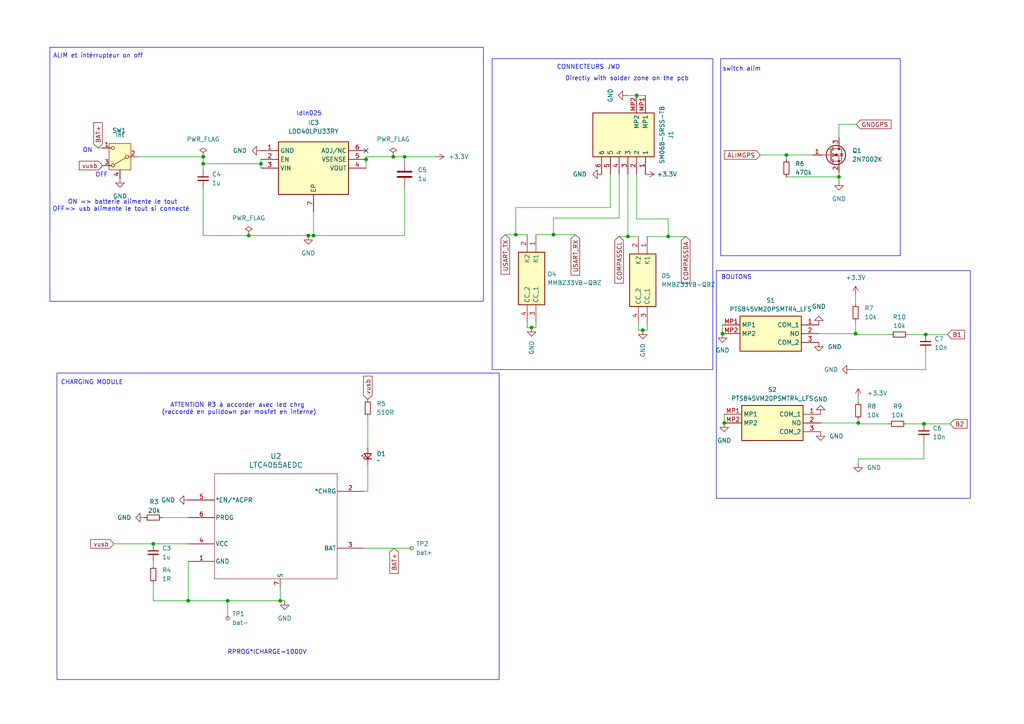
<source format=kicad_sch>
(kicad_sch (version 20231120) (generator "eeschema") (generator_version "8.0")
  (paper "A4")
  (lib_symbols
    (symbol "Connector:TestPoint_Small" (pin_numbers hide) (pin_names (offset 0.762) hide)
      (property "Reference" "TP" (at 0 3.81 0))
      (property "Value" "TestPoint_Small" (at 0 2.032 0))
      (symbol "TestPoint_Small_0_1"
        (circle (center 0 0) (radius 0.508))
      )
      (symbol "TestPoint_Small_1_1"
        (pin passive line (at 0 0 90) (length 0) (name "1") (number "1"))
      )
    )
    (symbol "Device:C" (pin_numbers hide) (pin_names (offset 0.254))
      (property "Reference" "C" (at 0.635 2.54 0))
      (property "Value" "C" (at 0.635 -2.54 0))
      (symbol "C_0_1"
        (polyline (pts (xy -2.032 -0.762) (xy 2.032 -0.762)) (stroke (width 0.508)))
        (polyline (pts (xy -2.032 0.762) (xy 2.032 0.762)) (stroke (width 0.508)))
      )
      (symbol "C_1_1"
        (pin passive line (at 0 3.81 270) (length 2.794) (name "~") (number "1"))
        (pin passive line (at 0 -3.81 90) (length 2.794) (name "~") (number "2"))
      )
    )
    (symbol "Device:C_Small" (pin_numbers hide) (pin_names (offset 0.254) hide)
      (property "Reference" "C" (at 0.254 1.778 0))
      (property "Value" "C_Small" (at 0.254 -2.032 0))
      (symbol "C_Small_0_1"
        (polyline (pts (xy -1.524 -0.508) (xy 1.524 -0.508)) (stroke (width 0.3302)))
        (polyline (pts (xy -1.524 0.508) (xy 1.524 0.508)) (stroke (width 0.3048)))
      )
      (symbol "C_Small_1_1"
        (pin passive line (at 0 2.54 270) (length 2.032) (name "~") (number "1"))
        (pin passive line (at 0 -2.54 90) (length 2.032) (name "~") (number "2"))
      )
    )
    (symbol "Device:LED_Small" (pin_numbers hide) (pin_names (offset 0.254) hide)
      (property "Reference" "D" (at -1.27 3.175 0))
      (property "Value" "LED_Small" (at -4.445 -2.54 0))
      (symbol "LED_Small_0_1"
        (polyline (pts (xy -0.762 -1.016) (xy -0.762 1.016)) (stroke (width 0.254)))
        (polyline (pts (xy 1.016 0) (xy -0.762 0)))
        (polyline (pts (xy 0.762 -1.016) (xy -0.762 0) (xy 0.762 1.016) (xy 0.762 -1.016)) (stroke (width 0.254)))
        (polyline (pts (xy 0 0.762) (xy -0.508 1.27) (xy -0.254 1.27) (xy -0.508 1.27) (xy -0.508 1.016)))
        (polyline (pts (xy 0.508 1.27) (xy 0 1.778) (xy 0.254 1.778) (xy 0 1.778) (xy 0 1.524)))
      )
      (symbol "LED_Small_1_1"
        (pin passive line (at -2.54 0 0) (length 1.778) (name "K") (number "1"))
        (pin passive line (at 2.54 0 180) (length 1.778) (name "A") (number "2"))
      )
    )
    (symbol "Device:R_Small" (pin_numbers hide) (pin_names (offset 0.254) hide)
      (property "Reference" "R" (at 0.762 0.508 0))
      (property "Value" "R_Small" (at 0.762 -1.016 0))
      (symbol "R_Small_0_1"
        (rectangle (start -0.762 1.778) (end 0.762 -1.778) (stroke (width 0.2032)))
      )
      (symbol "R_Small_1_1"
        (pin passive line (at 0 2.54 270) (length 0.762) (name "~") (number "1"))
        (pin passive line (at 0 -2.54 90) (length 0.762) (name "~") (number "2"))
      )
    )
    (symbol "LTC4065:LTC4065AEDC" (pin_names (offset 0.254))
      (property "Reference" "U2" (at 25.4 12.7 0))
      (property "Value" "LTC4065AEDC" (at 25.4 10.16 0))
      (symbol "LTC4065AEDC_0_1"
        (polyline (pts (xy 7.62 -22.86) (xy 43.18 -22.86)) (stroke (width 0.127)))
        (polyline (pts (xy 7.62 7.62) (xy 7.62 -22.86)) (stroke (width 0.127)))
        (polyline (pts (xy 43.18 -22.86) (xy 43.18 7.62)) (stroke (width 0.127)))
        (polyline (pts (xy 43.18 7.62) (xy 7.62 7.62)) (stroke (width 0.127)))
        (pin power_in line (at 0 -17.78 0) (length 7.62) (name "GND") (number "1"))
        (pin output line (at 50.8 2.54 180) (length 7.62) (name "*CHRG") (number "2"))
        (pin power_in line (at 0 -12.7 0) (length 7.62) (name "VCC") (number "4"))
        (pin bidirectional line (at 0 0 0) (length 7.62) (name "*EN/*ACPR") (number "5"))
        (pin unspecified line (at 0 -5.08 0) (length 7.62) (name "PROG") (number "6"))
      )
      (symbol "LTC4065AEDC_1_1"
        (pin power_out line (at 50.8 -13.97 180) (length 7.62) (name "BAT") (number "3"))
        (pin passive line (at 26.67 -25.4 90) (length 2.54) (name "S") (number "7"))
      )
    )
    (symbol "MMBZ33VB-QBZ:MMBZ33VB-QBZ"
      (property "Reference" "D" (at 21.59 7.62 0))
      (property "Value" "MMBZ33VB-QBZ" (at 21.59 5.08 0))
      (symbol "MMBZ33VB-QBZ_1_1"
        (rectangle (start 5.08 2.54) (end 20.32 -5.08) (stroke (width 0.254)) (fill (type background)))
        (pin passive line (at 0 0 0) (length 5.08) (name "K1") (number "1"))
        (pin passive line (at 0 -2.54 0) (length 5.08) (name "K2") (number "2"))
        (pin passive line (at 25.4 0 180) (length 5.08) (name "CC_1") (number "3"))
        (pin passive line (at 25.4 -2.54 180) (length 5.08) (name "CC_2") (number "4"))
      )
    )
    (symbol "SM06B-SRSS:SM06B-SRSS-TB"
      (property "Reference" "J" (at 19.05 7.62 0))
      (property "Value" "SM06B-SRSS-TB" (at 19.05 5.08 0))
      (symbol "SM06B-SRSS-TB_1_1"
        (rectangle (start 5.08 2.54) (end 17.78 -15.24) (stroke (width 0.254)) (fill (type background)))
        (pin passive line (at 22.86 0 180) (length 5.08) (name "1") (number "1"))
        (pin passive line (at 22.86 -2.54 180) (length 5.08) (name "2") (number "2"))
        (pin passive line (at 22.86 -5.08 180) (length 5.08) (name "3") (number "3"))
        (pin passive line (at 22.86 -7.62 180) (length 5.08) (name "4") (number "4"))
        (pin passive line (at 22.86 -10.16 180) (length 5.08) (name "5") (number "5"))
        (pin passive line (at 22.86 -12.7 180) (length 5.08) (name "6") (number "6"))
        (pin passive line (at 0 0 0) (length 5.08) (name "MP1") (number "MP1"))
        (pin passive line (at 0 -2.54 0) (length 5.08) (name "MP2") (number "MP2"))
      )
    )
    (symbol "Switch:SW_SPDT_321" (pin_names (offset 1) hide)
      (property "Reference" "SW6" (at 0.254 -7.62 0))
      (property "Value" "Int" (at 0 -6.35 0))
      (symbol "SW_SPDT_321_0_1"
        (circle (center -2.032 0) (radius 0.4572))
        (polyline (pts (xy -1.651 0.254) (xy 1.651 2.286)))
        (circle (center 2.032 -2.54) (radius 0.4572))
        (circle (center 2.032 2.54) (radius 0.4572))
      )
      (symbol "SW_SPDT_321_1_1"
        (rectangle (start -3.175 3.81) (end 3.175 -3.81) (fill (type background)))
        (pin passive line (at 5.08 -2.54 180) (length 2.54) (name "C") (number "1"))
        (pin passive line (at -5.08 0 0) (length 2.54) (name "B") (number "2"))
        (pin passive line (at 5.08 2.54 180) (length 2.54) (name "A") (number "3"))
        (pin passive line (at 0 6.35 270) (length 2.54) (name "S") (number "4"))
      )
    )
    (symbol "Transistor_FET:2N7002K" (pin_names hide)
      (property "Reference" "Q" (at 5.08 1.905 0))
      (property "Value" "2N7002K" (at 5.08 0 0))
      (symbol "2N7002K_0_1"
        (polyline (pts (xy 0.254 0) (xy -2.54 0)))
        (polyline (pts (xy 0.254 1.905) (xy 0.254 -1.905)) (stroke (width 0.254)))
        (polyline (pts (xy 0.762 -1.27) (xy 0.762 -2.286)) (stroke (width 0.254)))
        (polyline (pts (xy 0.762 0.508) (xy 0.762 -0.508)) (stroke (width 0.254)))
        (polyline (pts (xy 0.762 2.286) (xy 0.762 1.27)) (stroke (width 0.254)))
        (polyline (pts (xy 2.54 2.54) (xy 2.54 1.778)))
        (polyline (pts (xy 2.54 -2.54) (xy 2.54 0) (xy 0.762 0)))
        (polyline (pts (xy 0.762 -1.778) (xy 3.302 -1.778) (xy 3.302 1.778) (xy 0.762 1.778)))
        (polyline (pts (xy 1.016 0) (xy 2.032 0.381) (xy 2.032 -0.381) (xy 1.016 0)) (fill (type outline)))
        (polyline (pts (xy 2.794 0.508) (xy 2.921 0.381) (xy 3.683 0.381) (xy 3.81 0.254)))
        (polyline (pts (xy 3.302 0.381) (xy 2.921 -0.254) (xy 3.683 -0.254) (xy 3.302 0.381)))
        (circle (center 1.651 0) (radius 2.794) (stroke (width 0.254)))
        (circle (center 2.54 -1.778) (radius 0.254) (fill (type outline)))
        (circle (center 2.54 1.778) (radius 0.254) (fill (type outline)))
      )
      (symbol "2N7002K_1_1"
        (pin input line (at -5.08 0 0) (length 2.54) (name "G") (number "1"))
        (pin passive line (at 2.54 -5.08 90) (length 2.54) (name "S") (number "2"))
        (pin passive line (at 2.54 5.08 270) (length 2.54) (name "D") (number "3"))
      )
    )
    (symbol "ldo40pury:LDO40LPU33RY"
      (property "Reference" "IC" (at 26.67 7.62 0))
      (property "Value" "LDO40LPU33RY" (at 26.67 5.08 0))
      (symbol "LDO40LPU33RY_1_1"
        (rectangle (start 5.08 2.54) (end 25.4 -12.7) (stroke (width 0.254)) (fill (type background)))
        (pin passive line (at 0 0 0) (length 5.08) (name "GND") (number "1"))
        (pin passive line (at 0 -2.54 0) (length 5.08) (name "EN") (number "2"))
        (pin passive line (at 0 -5.08 0) (length 5.08) (name "VIN") (number "3"))
        (pin passive line (at 30.48 -5.08 180) (length 5.08) (name "VOUT") (number "4"))
        (pin passive line (at 30.48 -2.54 180) (length 5.08) (name "VSENSE") (number "5"))
        (pin passive line (at 30.48 0 180) (length 5.08) (name "ADJ/NC") (number "6"))
        (pin passive line (at 15.24 -17.78 90) (length 5.08) (name "EP") (number "7"))
      )
    )
    (symbol "power:+3.3V" (power) (pin_numbers hide) (pin_names (offset 0) hide)
      (property "Value" "+3.3V" (at 0 3.556 0))
      (symbol "+3.3V_0_1"
        (polyline (pts (xy -0.762 1.27) (xy 0 2.54)))
        (polyline (pts (xy 0 0) (xy 0 2.54)))
        (polyline (pts (xy 0 2.54) (xy 0.762 1.27)))
      )
      (symbol "+3.3V_1_1"
        (pin power_in line (at 0 0 90) (length 0) (name "~") (number "1"))
      )
    )
    (symbol "power:GND" (power) (pin_numbers hide) (pin_names (offset 0) hide)
      (property "Value" "GND" (at 0 -3.81 0))
      (symbol "GND_0_1"
        (polyline (pts (xy 0 0) (xy 0 -1.27) (xy 1.27 -1.27) (xy 0 -2.54) (xy -1.27 -1.27) (xy 0 -1.27)))
      )
      (symbol "GND_1_1"
        (pin power_in line (at 0 0 270) (length 0) (name "~") (number "1"))
      )
    )
    (symbol "power:PWR_FLAG" (power) (pin_numbers hide) (pin_names (offset 0) hide)
      (property "Value" "PWR_FLAG" (at 0 3.81 0))
      (symbol "PWR_FLAG_0_0"
        (pin power_out line (at 0 0 90) (length 0) (name "~") (number "1"))
      )
      (symbol "PWR_FLAG_0_1"
        (polyline (pts (xy 0 0) (xy 0 1.27) (xy -1.016 1.905) (xy 0 2.54) (xy 1.016 1.905) (xy 0 1.27)))
      )
    )
    (symbol "pts845:PTS845VM20PSMTR4_LFS"
      (property "Reference" "S" (at 24.13 7.62 0))
      (property "Value" "PTS845VM20PSMTR4_LFS" (at 24.13 5.08 0))
      (symbol "PTS845VM20PSMTR4_LFS_1_1"
        (rectangle (start 5.08 2.54) (end 22.86 -7.62) (stroke (width 0.254)) (fill (type background)))
        (pin passive line (at 27.94 0 180) (length 5.08) (name "COM_1") (number "1"))
        (pin passive line (at 27.94 -2.54 180) (length 5.08) (name "NO") (number "2"))
        (pin passive line (at 27.94 -5.08 180) (length 5.08) (name "COM_2") (number "3"))
        (pin passive line (at 0 0 0) (length 5.08) (name "MP1") (number "MP1"))
        (pin passive line (at 0 -2.54 0) (length 5.08) (name "MP2") (number "MP2"))
      )
    )
  )
  (junction (at 243.332 51.308))
  (junction (at 117.348 45.466))
  (junction (at 75.692 47.498))
  (junction (at 44.45 157.734))
  (junction (at 193.802 68.58))
  (junction (at 149.606 68.072))
  (junction (at 268.478 97.028))
  (junction (at 210.058 122.682))
  (junction (at 154.178 94.996))
  (junction (at 248.158 96.774))
  (junction (at 182.118 68.58))
  (junction (at 248.92 122.682))
  (junction (at 58.928 45.466))
  (junction (at 81.28 174.244))
  (junction (at 90.932 68.326))
  (junction (at 228.092 44.958))
  (junction (at 267.97 122.936))
  (junction (at 209.55 96.774))
  (junction (at 72.136 68.326))
  (junction (at 160.528 68.072))
  (junction (at 66.04 174.244))
  (junction (at 114.046 45.466))
  (junction (at 58.928 47.498))
  (junction (at 106.172 46.228))
  (junction (at 184.658 27.686))
  (junction (at 54.61 174.244))
  (junction (at 186.436 95.758))
  (junction (at 89.408 68.326))
  (no_connect (at 106.172 43.688))
  (wire (pts (xy 184.658 27.686) (xy 181.864 27.686)))
  (wire (pts (xy 54.61 162.814) (xy 54.61 174.244)))
  (wire (pts (xy 66.04 174.244) (xy 81.28 174.244)))
  (wire (pts (xy 44.45 169.164) (xy 44.45 174.244)))
  (wire (pts (xy 117.348 45.466) (xy 117.348 46.736)))
  (wire (pts (xy 177.038 50.546) (xy 177.038 60.198)))
  (wire (pts (xy 262.89 122.936) (xy 267.97 122.936)))
  (wire (pts (xy 243.332 51.308) (xy 243.332 52.578)))
  (wire (pts (xy 187.706 95.758) (xy 186.436 95.758)))
  (wire (pts (xy 267.97 128.016) (xy 267.97 133.096)))
  (wire (pts (xy 75.692 46.228) (xy 75.692 47.498)))
  (wire (pts (xy 248.92 122.682) (xy 248.92 122.936)))
  (wire (pts (xy 117.348 68.326) (xy 90.932 68.326)))
  (wire (pts (xy 149.606 68.072) (xy 152.908 68.072)))
  (wire (pts (xy 182.118 50.546) (xy 182.118 68.58)))
  (wire (pts (xy 228.092 44.958) (xy 228.092 46.228)))
  (wire (pts (xy 248.412 36.068) (xy 243.332 36.068)))
  (wire (pts (xy 58.928 68.326) (xy 72.136 68.326)))
  (wire (pts (xy 248.158 97.028) (xy 258.318 97.028)))
  (wire (pts (xy 248.158 93.218) (xy 248.158 96.774)))
  (wire (pts (xy 248.92 122.936) (xy 257.81 122.936)))
  (wire (pts (xy 267.97 122.936) (xy 275.59 122.936)))
  (wire (pts (xy 28.448 42.926) (xy 29.718 42.926)))
  (wire (pts (xy 81.28 174.244) (xy 82.55 174.244)))
  (wire (pts (xy 44.45 174.244) (xy 54.61 174.244)))
  (wire (pts (xy 44.45 157.734) (xy 54.61 157.734)))
  (wire (pts (xy 248.92 121.666) (xy 248.92 122.682)))
  (wire (pts (xy 106.68 120.904) (xy 106.68 129.794)))
  (wire (pts (xy 185.166 93.98) (xy 185.166 95.758)))
  (wire (pts (xy 160.528 68.072) (xy 166.878 68.072)))
  (wire (pts (xy 268.478 97.028) (xy 274.828 97.028)))
  (wire (pts (xy 209.55 94.234) (xy 209.55 96.774)))
  (wire (pts (xy 220.472 44.958) (xy 228.092 44.958)))
  (wire (pts (xy 237.49 96.774) (xy 248.158 96.774)))
  (wire (pts (xy 186.436 95.758) (xy 185.166 95.758)))
  (wire (pts (xy 268.478 102.108) (xy 268.478 107.188)))
  (wire (pts (xy 105.41 159.004) (xy 119.38 159.004)))
  (wire (pts (xy 267.97 133.096) (xy 248.92 133.096)))
  (wire (pts (xy 66.04 174.244) (xy 66.04 179.324)))
  (wire (pts (xy 154.178 94.996) (xy 155.448 94.996)))
  (wire (pts (xy 246.888 107.188) (xy 268.478 107.188)))
  (wire (pts (xy 187.706 93.98) (xy 187.706 95.758)))
  (wire (pts (xy 105.41 142.494) (xy 106.68 142.494)))
  (wire (pts (xy 106.172 45.466) (xy 106.172 46.228)))
  (wire (pts (xy 58.928 47.498) (xy 58.928 49.276)))
  (wire (pts (xy 182.118 68.58) (xy 185.166 68.58)))
  (wire (pts (xy 263.398 97.028) (xy 268.478 97.028)))
  (wire (pts (xy 248.158 85.598) (xy 248.158 88.138)))
  (wire (pts (xy 33.02 157.734) (xy 44.45 157.734)))
  (wire (pts (xy 184.658 63.5) (xy 193.802 63.5)))
  (wire (pts (xy 243.332 50.038) (xy 243.332 51.308)))
  (wire (pts (xy 149.606 60.198) (xy 149.606 68.072)))
  (wire (pts (xy 248.92 133.096) (xy 248.92 134.366)))
  (wire (pts (xy 106.172 46.228) (xy 106.172 48.768)))
  (wire (pts (xy 179.578 68.58) (xy 182.118 68.58)))
  (wire (pts (xy 228.092 44.958) (xy 235.712 44.958)))
  (wire (pts (xy 210.058 120.142) (xy 210.058 122.682)))
  (wire (pts (xy 198.882 68.58) (xy 193.802 68.58)))
  (wire (pts (xy 58.928 54.356) (xy 58.928 68.326)))
  (wire (pts (xy 146.558 68.072) (xy 149.606 68.072)))
  (wire (pts (xy 44.45 162.814) (xy 44.45 164.084)))
  (wire (pts (xy 114.046 45.466) (xy 106.172 45.466)))
  (wire (pts (xy 58.928 47.498) (xy 75.692 47.498)))
  (wire (pts (xy 228.092 51.308) (xy 243.332 51.308)))
  (wire (pts (xy 177.038 60.198) (xy 149.606 60.198)))
  (wire (pts (xy 152.908 94.996) (xy 154.178 94.996)))
  (wire (pts (xy 39.878 45.466) (xy 58.928 45.466)))
  (wire (pts (xy 72.136 68.326) (xy 89.408 68.326)))
  (wire (pts (xy 237.998 122.682) (xy 248.92 122.682)))
  (wire (pts (xy 155.448 68.072) (xy 160.528 68.072)))
  (wire (pts (xy 75.692 47.498) (xy 75.692 48.768)))
  (wire (pts (xy 54.61 174.244) (xy 66.04 174.244)))
  (wire (pts (xy 248.92 115.316) (xy 248.92 116.586)))
  (wire (pts (xy 117.348 45.466) (xy 114.046 45.466)))
  (wire (pts (xy 106.68 142.494) (xy 106.68 134.874)))
  (wire (pts (xy 90.932 68.326) (xy 89.408 68.326)))
  (wire (pts (xy 184.658 50.546) (xy 184.658 63.5)))
  (wire (pts (xy 193.802 63.5) (xy 193.802 68.58)))
  (wire (pts (xy 248.158 96.774) (xy 248.158 97.028)))
  (wire (pts (xy 160.528 63.246) (xy 160.528 68.072)))
  (wire (pts (xy 179.578 63.246) (xy 160.528 63.246)))
  (wire (pts (xy 58.928 45.466) (xy 58.928 47.498)))
  (wire (pts (xy 46.99 150.114) (xy 54.61 150.114)))
  (wire (pts (xy 187.706 68.58) (xy 193.802 68.58)))
  (wire (pts (xy 90.932 61.468) (xy 90.932 68.326)))
  (wire (pts (xy 243.332 36.068) (xy 243.332 39.878)))
  (wire (pts (xy 81.28 170.434) (xy 81.28 174.244)))
  (wire (pts (xy 117.348 45.466) (xy 126.238 45.466)))
  (wire (pts (xy 152.908 93.472) (xy 152.908 94.996)))
  (wire (pts (xy 179.578 50.546) (xy 179.578 63.246)))
  (wire (pts (xy 155.448 94.996) (xy 155.448 93.472)))
  (wire (pts (xy 117.348 54.356) (xy 117.348 68.326)))
  (wire (pts (xy 187.198 27.686) (xy 184.658 27.686)))
  (rectangle (start 16.51 108.204) (end 144.78 197.104))
  (rectangle (start 207.772 78.486) (end 281.432 144.526))
  (rectangle (start 142.748 17.018) (end 206.756 107.188))
  (rectangle (start 14.478 13.716) (end 140.208 87.376))
  (rectangle (start 209.042 17.018) (end 261.112 74.168))
  (text "ALIM et intérrupteur on off" (at 28.448 16.256 0) (effects (font (size 1.27 1.27))))
  (text "BOUTONS" (at 213.614 80.518 0) (effects (font (size 1.27 1.27))))
  (text "ON => batterie alimente le tout\nOFF=> usb alimente le tout si connecté " (at 35.56 59.69 0) (effects (font (size 1.27 1.27))))
  (text "switch alim" (at 215.138 20.066 0) (effects (font (size 1.27 1.27))))
  (text "ldln025" (at 89.662 33.02 0) (effects (font (size 1.27 1.27))))
  (text "OFF" (at 29.464 50.8 0) (effects (font (size 1.27 1.27))))
  (text "RPROG*ICHARGE=1000V" (at 77.47 189.23 0) (effects (font (size 1.27 1.27))))
  (text "Directly with solder zone on the pcb" (at 181.864 22.86 0) (effects (font (size 1.27 1.27))))
  (text "ATTENTION R3 à accorder avec led chrg \n(raccordé en pulldown par mosfet en interne)\n" (at 69.342 118.618 0) (effects (font (size 1.27 1.27))))
  (text "CONNECTEURS JWD" (at 170.688 19.558 0) (effects (font (size 1.27 1.27))))
  (text "ON" (at 25.4 43.688 0) (effects (font (size 1.27 1.27))))
  (text "CHARGING MODULE" (at 26.67 110.998 0) (effects (font (size 1.27 1.27))))
  (global_label "vusb" (shape input) (at 106.68 115.824 90) (property "Intersheetrefs" "${INTERSHEET_REFS}" (effects (hide yes))))
  (global_label "BAT+" (shape input) (at 114.3 159.004 270) (property "Intersheetrefs" "${INTERSHEET_REFS}" (effects (hide yes))))
  (global_label "GNDGPS" (shape input) (at 248.412 36.068 0) (property "Intersheetrefs" "${INTERSHEET_REFS}" (effects (hide yes))))
  (global_label "ALIMGPS" (shape input) (at 220.472 44.958 180) (property "Intersheetrefs" "${INTERSHEET_REFS}" (effects (hide yes))))
  (global_label "USART_RX" (shape input) (at 166.878 68.072 270) (property "Intersheetrefs" "${INTERSHEET_REFS}" (effects (hide yes))))
  (global_label "USART_TX" (shape input) (at 146.558 68.072 270) (property "Intersheetrefs" "${INTERSHEET_REFS}" (effects (hide yes))))
  (global_label "BAT+" (shape input) (at 28.448 42.926 90) (property "Intersheetrefs" "${INTERSHEET_REFS}" (effects (hide yes))))
  (global_label "B2" (shape input) (at 275.59 122.936 0) (property "Intersheetrefs" "${INTERSHEET_REFS}" (effects (hide yes))))
  (global_label "COMPASSDA" (shape input) (at 198.882 68.58 270) (property "Intersheetrefs" "${INTERSHEET_REFS}" (effects (hide yes))))
  (global_label "vusb" (shape input) (at 29.718 48.006 180) (property "Intersheetrefs" "${INTERSHEET_REFS}" (effects (hide yes))))
  (global_label "COMPASSCL" (shape input) (at 179.578 68.58 270) (property "Intersheetrefs" "${INTERSHEET_REFS}" (effects (hide yes))))
  (global_label "vusb" (shape input) (at 33.02 157.734 180) (property "Intersheetrefs" "${INTERSHEET_REFS}" (effects (hide yes))))
  (global_label "B1" (shape input) (at 274.828 97.028 0) (property "Intersheetrefs" "${INTERSHEET_REFS}" (effects (hide yes))))
  (symbol (lib_id "power:GND") (at 237.49 99.314 0) (unit 1)
    (property "Reference" "#PWR053" (effects (hide yes)))
    (property "Value" "GND" (at 240.03 100.5839 0) (effects (justify left)))
    (property "Description" "Power symbol creates a global label with name \"GND\" , ground" (effects (hide yes)))
  )
  (symbol (lib_id "Switch:SW_SPDT_321") (at 34.798 45.466 180) (unit 1)
    (property "Reference" "SW1" (at 34.544 37.846 0))
    (property "Value" "Int" (at 34.798 39.116 0))
    (property "Footprint" "PCM:SW_PCM" (effects (hide yes)))
    (property "Description" "Switch, single pole double throw" (effects (hide yes)))
  )
  (symbol (lib_id "Device:R_Small") (at 106.68 118.364 0) (unit 1)
    (property "Reference" "R5" (at 109.22 117.0939 0) (effects (justify left)))
    (property "Value" "510R" (at 109.22 119.6339 0) (effects (justify left)))
    (property "Footprint" "Resistor_SMD:R_0402_1005Metric" (effects (hide yes)))
    (property "Description" "Resistor, small symbol" (effects (hide yes)))
  )
  (symbol (lib_id "Connector:TestPoint_Small") (at 66.04 179.324 0) (unit 1)
    (property "Reference" "TP1" (at 67.31 178.0539 0) (effects (justify left)))
    (property "Value" "bat-" (at 67.31 180.5939 0) (effects (justify left)))
    (property "Footprint" "custom_testpoint:TestPoint_Pad_1.0x1.0mm" (effects (hide yes)))
    (property "Description" "test point" (effects (hide yes)))
  )
  (symbol (lib_id "power:GND") (at 41.91 150.114 270) (unit 1)
    (property "Reference" "#PWR02" (effects (hide yes)))
    (property "Value" "GND" (at 38.1 150.1139 90) (effects (justify right)))
    (property "Description" "Power symbol creates a global label with name \"GND\" , ground" (effects (hide yes)))
  )
  (symbol (lib_id "pts845:PTS845VM20PSMTR4_LFS") (at 209.55 94.234 0) (unit 1)
    (property "Reference" "S1" (at 223.52 87.122 0))
    (property "Value" "PTS845VM20PSMTR4_LFS" (at 223.52 89.662 0))
    (property "Footprint" "pts845:PTS845VM20PSMTR4LFS" (effects (hide yes)))
    (property "Datasheet" "https://www.ckswitches.com/media/3009/pts845.pdf" (effects (hide yes)))
    (property "Description" "Tactile Switches 50mA 12VDC, 80gf, Grey Actuator" (effects (hide yes)))
    (property "Height" "3.3" (effects (hide yes)))
    (property "Manufacturer_Name" "C & K COMPONENTS" (effects (hide yes)))
    (property "Manufacturer_Part_Number" "PTS845VM20PSMTR4 LFS" (effects (hide yes)))
    (property "Mouser Part Number" "611-PTS845VM20PSMTR4" (effects (hide yes)))
    (property "Mouser Price/Stock" "https://www.mouser.co.uk/ProductDetail/CK/PTS845VM20PSMTR4-LFS?qs=81r%252BiQLm7BQxQDX8di0zbw%3D%3D" (effects (hide yes)))
    (property "Arrow Part Number" "PTS845VM20PSMTR4 LFS" (effects (hide yes)))
    (property "Arrow Price/Stock" "https://www.arrow.com/en/products/pts845vm20psmtr4lfs/ck?region=nac" (effects (hide yes)))
  )
  (symbol (lib_id "power:GND") (at 243.332 52.578 0) (unit 1)
    (property "Reference" "#PWR011" (effects (hide yes)))
    (property "Value" "GND" (at 243.332 57.658 0))
    (property "Description" "Power symbol creates a global label with name \"GND\" , ground" (effects (hide yes)))
  )
  (symbol (lib_id "power:GND") (at 34.798 51.816 0) (unit 1)
    (property "Reference" "#PWR01" (effects (hide yes)))
    (property "Value" "GND" (at 34.798 56.896 0))
    (property "Description" "Power symbol creates a global label with name \"GND\" , ground" (effects (hide yes)))
  )
  (symbol (lib_id "power:GND") (at 82.55 174.244 0) (unit 1)
    (property "Reference" "#PWR04" (effects (hide yes)))
    (property "Value" "GND" (at 82.55 179.324 0))
    (property "Description" "Power symbol creates a global label with name \"GND\" , ground" (effects (hide yes)))
  )
  (symbol (lib_id "power:GND") (at 186.436 95.758 0) (unit 1)
    (property "Reference" "#PWR050" (effects (hide yes)))
    (property "Value" "GND" (at 186.4361 99.568 90) (effects (justify right)))
    (property "Description" "Power symbol creates a global label with name \"GND\" , ground" (effects (hide yes)))
  )
  (symbol (lib_id "Device:R_Small") (at 260.858 97.028 90) (unit 1)
    (property "Reference" "R10" (at 260.858 91.948 90))
    (property "Value" "10k" (at 260.858 94.488 90))
    (property "Footprint" "Resistor_SMD:R_0402_1005Metric" (effects (hide yes)))
    (property "Description" "Resistor, small symbol" (effects (hide yes)))
  )
  (symbol (lib_id "Device:C_Small") (at 268.478 99.568 0) (unit 1)
    (property "Reference" "C7" (at 271.018 98.3042 0) (effects (justify left)))
    (property "Value" "10n" (at 271.018 100.8442 0) (effects (justify left)))
    (property "Footprint" "Capacitor_SMD:C_0402_1005Metric" (effects (hide yes)))
    (property "Description" "Unpolarized capacitor, small symbol" (effects (hide yes)))
  )
  (symbol (lib_id "power:+3.3V") (at 126.238 45.466 270) (unit 1)
    (property "Reference" "#PWR06" (effects (hide yes)))
    (property "Value" "+3.3V" (at 130.048 45.4659 90) (effects (justify left)))
    (property "Description" "Power symbol creates a global label with name \"+3.3V\"" (effects (hide yes)))
  )
  (symbol (lib_id "Device:R_Small") (at 44.45 150.114 90) (unit 1)
    (property "Reference" "R3" (at 44.704 145.542 90))
    (property "Value" "20k" (at 44.704 148.082 90))
    (property "Footprint" "Resistor_SMD:R_0402_1005Metric" (effects (hide yes)))
    (property "Description" "Resistor, small symbol" (effects (hide yes)))
  )
  (symbol (lib_id "power:+3.3V") (at 187.198 50.546 270) (unit 1)
    (property "Reference" "#PWR09" (effects (hide yes)))
    (property "Value" "+3.3V" (at 190.5 50.5459 90) (effects (justify left)))
    (property "Description" "Power symbol creates a global label with name \"+3.3V\"" (effects (hide yes)))
  )
  (symbol (lib_id "ldo40pury:LDO40LPU33RY") (at 75.692 43.688 0) (unit 1)
    (property "Reference" "IC3" (at 90.932 35.56 0))
    (property "Value" "LDO40LPU33RY" (at 90.932 38.1 0))
    (property "Footprint" "ldo40pury:SON95P300X300X90-7N-D" (effects (hide yes)))
    (property "Datasheet" "https://www.st.com/resource/en/datasheet/ldo40l.pdf" (effects (hide yes)))
    (property "Description" "LDO Voltage Regulators POWER MANAGEMENT" (effects (hide yes)))
    (property "Height" "0.9" (effects (hide yes)))
    (property "Manufacturer_Name" "STMicroelectronics" (effects (hide yes)))
    (property "Manufacturer_Part_Number" "LDO40LPU33RY" (effects (hide yes)))
    (property "Mouser Part Number" "511-LDO40LPU33RY" (effects (hide yes)))
    (property "Mouser Price/Stock" "https://www.mouser.co.uk/ProductDetail/STMicroelectronics/LDO40LPU33RY?qs=qSfuJ%252Bfl%2Fd5qazWclm%2Ffpg%3D%3D" (effects (hide yes)))
    (property "Arrow Part Number" "LDO40LPU33RY" (effects (hide yes)))
    (property "Arrow Price/Stock" "https://www.arrow.com/en/products/ldo40lpu33ry/stmicroelectronics?utm_currency=USD&region=europe" (effects (hide yes)))
  )
  (symbol (lib_id "power:PWR_FLAG") (at 72.136 68.326 0) (unit 1)
    (property "Reference" "#FLG06" (effects (hide yes)))
    (property "Value" "PWR_FLAG" (at 72.136 63.246 0))
    (property "Description" "Special symbol for telling ERC where power comes from" (effects (hide yes)))
  )
  (symbol (lib_id "power:+3.3V") (at 248.158 85.598 0) (unit 1)
    (property "Reference" "#PWR013" (effects (hide yes)))
    (property "Value" "+3.3V" (at 248.158 80.518 0))
    (property "Description" "Power symbol creates a global label with name \"+3.3V\"" (effects (hide yes)))
  )
  (symbol (lib_id "Device:R_Small") (at 260.35 122.936 90) (unit 1)
    (property "Reference" "R9" (at 260.35 117.856 90))
    (property "Value" "10k" (at 260.35 120.396 90))
    (property "Footprint" "Resistor_SMD:R_0402_1005Metric" (effects (hide yes)))
    (property "Description" "Resistor, small symbol" (effects (hide yes)))
  )
  (symbol (lib_id "Device:C_Small") (at 58.928 51.816 0) (unit 1)
    (property "Reference" "C4" (at 61.468 50.5522 0) (effects (justify left)))
    (property "Value" "1u" (at 61.468 53.0922 0) (effects (justify left)))
    (property "Footprint" "Capacitor_SMD:C_0402_1005Metric" (effects (hide yes)))
    (property "Description" "Unpolarized capacitor, small symbol" (effects (hide yes)))
  )
  (symbol (lib_id "power:GND") (at 209.55 96.774 0) (unit 1)
    (property "Reference" "#PWR052" (effects (hide yes)))
    (property "Value" "GND" (at 209.55 101.6 0))
    (property "Description" "Power symbol creates a global label with name \"GND\" , ground" (effects (hide yes)))
  )
  (symbol (lib_id "power:GND") (at 210.058 122.682 0) (unit 1)
    (property "Reference" "#PWR051" (effects (hide yes)))
    (property "Value" "GND" (at 210.058 127.762 0))
    (property "Description" "Power symbol creates a global label with name \"GND\" , ground" (effects (hide yes)))
  )
  (symbol (lib_id "pts845:PTS845VM20PSMTR4_LFS") (at 210.058 120.142 0) (unit 1)
    (property "Reference" "S2" (at 224.028 113.03 0))
    (property "Value" "PTS845VM20PSMTR4_LFS" (at 224.028 115.57 0))
    (property "Footprint" "pts845:PTS845VM20PSMTR4LFS" (effects (hide yes)))
    (property "Datasheet" "https://www.ckswitches.com/media/3009/pts845.pdf" (effects (hide yes)))
    (property "Description" "Tactile Switches 50mA 12VDC, 80gf, Grey Actuator" (effects (hide yes)))
    (property "Height" "3.3" (effects (hide yes)))
    (property "Manufacturer_Name" "C & K COMPONENTS" (effects (hide yes)))
    (property "Manufacturer_Part_Number" "PTS845VM20PSMTR4 LFS" (effects (hide yes)))
    (property "Mouser Part Number" "611-PTS845VM20PSMTR4" (effects (hide yes)))
    (property "Mouser Price/Stock" "https://www.mouser.co.uk/ProductDetail/CK/PTS845VM20PSMTR4-LFS?qs=81r%252BiQLm7BQxQDX8di0zbw%3D%3D" (effects (hide yes)))
    (property "Arrow Part Number" "PTS845VM20PSMTR4 LFS" (effects (hide yes)))
    (property "Arrow Price/Stock" "https://www.arrow.com/en/products/pts845vm20psmtr4lfs/ck?region=nac" (effects (hide yes)))
  )
  (symbol (lib_id "power:GND") (at 89.408 68.326 0) (unit 1)
    (property "Reference" "#PWR05" (effects (hide yes)))
    (property "Value" "GND" (at 89.408 73.406 0))
    (property "Description" "Power symbol creates a global label with name \"GND\" , ground" (effects (hide yes)))
  )
  (symbol (lib_id "power:GND") (at 237.998 125.222 0) (unit 1)
    (property "Reference" "#PWR054" (effects (hide yes)))
    (property "Value" "GND" (at 240.538 126.4919 0) (effects (justify left)))
    (property "Description" "Power symbol creates a global label with name \"GND\" , ground" (effects (hide yes)))
  )
  (symbol (lib_id "Device:LED_Small") (at 106.68 132.334 90) (unit 1)
    (property "Reference" "D1" (at 109.22 131.6354 90) (effects (justify right)))
    (property "Value" "~" (at 109.22 133.5405 90) (effects (justify right)))
    (property "Footprint" "LED_SMD:LED_0402_1005Metric" (effects (hide yes)))
    (property "Description" "Light emitting diode, small symbol" (effects (hide yes)))
  )
  (symbol (lib_id "Device:C_Small") (at 44.45 160.274 0) (unit 1)
    (property "Reference" "C3" (at 46.99 159.0102 0) (effects (justify left)))
    (property "Value" "1u" (at 46.99 161.5502 0) (effects (justify left)))
    (property "Footprint" "Capacitor_SMD:C_0402_1005Metric" (effects (hide yes)))
    (property "Description" "Unpolarized capacitor, small symbol" (effects (hide yes)))
  )
  (symbol (lib_id "power:GND") (at 246.888 107.188 270) (unit 1)
    (property "Reference" "#PWR012" (effects (hide yes)))
    (property "Value" "GND" (at 243.078 107.1879 90) (effects (justify right)))
    (property "Description" "Power symbol creates a global label with name \"GND\" , ground" (effects (hide yes)))
  )
  (symbol (lib_id "MMBZ33VB-QBZ:MMBZ33VB-QBZ") (at 155.448 68.072 270) (unit 1)
    (property "Reference" "D4" (at 158.75 79.5019 90) (effects (justify left)))
    (property "Value" "MMBZ33VB-QBZ" (at 158.75 82.0419 90) (effects (justify left)))
    (property "Footprint" "MMBZ33VB-QBZ:BC847BQBZ" (effects (hide yes)))
    (property "Datasheet" "https://assets.nexperia.com/documents/data-sheet/MMBZ33VB-QB.pdf" (effects (hide yes)))
    (property "Description" "Low capacitance bidirectional dual line ESD protection diode" (effects (hide yes)))
    (property "Height" "0.5" (effects (hide yes)))
    (property "Manufacturer_Name" "Nexperia" (effects (hide yes)))
    (property "Manufacturer_Part_Number" "MMBZ33VB-QBZ" (effects (hide yes)))
    (property "Mouser Part Number" "771-MMBZ33VBQBZ" (effects (hide yes)))
    (property "Mouser Price/Stock" "https://www.mouser.co.uk/ProductDetail/Nexperia/MMBZ33VB-QBZ?qs=olJun0bQHM%2F4IJBwkSgIfQ%3D%3D" (effects (hide yes)))
  )
  (symbol (lib_id "Device:C_Small") (at 267.97 125.476 0) (unit 1)
    (property "Reference" "C6" (at 270.51 124.2122 0) (effects (justify left)))
    (property "Value" "10n" (at 270.51 126.7522 0) (effects (justify left)))
    (property "Footprint" "Capacitor_SMD:C_0402_1005Metric" (effects (hide yes)))
    (property "Description" "Unpolarized capacitor, small symbol" (effects (hide yes)))
  )
  (symbol (lib_id "LTC4065:LTC4065AEDC") (at 54.61 145.034 0) (unit 1)
    (property "Reference" "U2" (at 80.01 132.334 0) (effects (font (size 1.524 1.524))))
    (property "Value" "LTC4065AEDC" (at 80.01 134.874 0) (effects (font (size 1.524 1.524))))
    (property "Footprint" "LTC4065:DFN-6_DC_LIT" (effects (hide yes)))
    (property "Datasheet" "https://www.analog.com/media/en/technical-documentation/data-sheets/4065fb.pdf" (effects (hide yes)))
    (property "Description" "LTC4065AEDC" (effects (hide yes)))
  )
  (symbol (lib_id "Device:R_Small") (at 228.092 48.768 0) (unit 1)
    (property "Reference" "R6" (at 230.632 47.4979 0) (effects (justify left)))
    (property "Value" "470k" (at 230.632 50.0379 0) (effects (justify left)))
    (property "Footprint" "Resistor_SMD:R_0402_1005Metric" (effects (hide yes)))
    (property "Description" "Resistor, small symbol" (effects (hide yes)))
  )
  (symbol (lib_id "power:GND") (at 75.692 43.688 270) (unit 1)
    (property "Reference" "#PWR057" (effects (hide yes)))
    (property "Value" "GND" (at 71.628 43.6879 90) (effects (justify right)))
    (property "Description" "Power symbol creates a global label with name \"GND\" , ground" (effects (hide yes)))
  )
  (symbol (lib_id "SM06B-SRSS:SM06B-SRSS-TB") (at 187.198 27.686 270) (unit 1)
    (property "Reference" "J1" (at 194.564 39.116 0))
    (property "Value" "SM06B-SRSS-TB" (at 192.024 39.116 0))
    (property "Footprint" "SM06B-SRSS:SM06BSRSSTB" (effects (hide yes)))
    (property "Datasheet" "https://media.digikey.com/pdf/Data%20Sheets/JST%20PDFs/SR%20Connector.pdf" (effects (hide yes)))
    (property "Description" "CONN HEADER SH 6POS SIDE 1MM TIN" (effects (hide yes)))
    (property "Height" "2.95" (effects (hide yes)))
    (property "Manufacturer_Name" "JST (JAPAN SOLDERLESS TERMINALS)" (effects (hide yes)))
    (property "Manufacturer_Part_Number" "SM06B-SRSS-TB" (effects (hide yes)))
  )
  (symbol (lib_id "power:GND") (at 181.864 27.686 270) (unit 1)
    (property "Reference" "#PWR07" (effects (hide yes)))
    (property "Value" "GND" (at 177.038 27.686 0))
    (property "Description" "Power symbol creates a global label with name \"GND\" , ground" (effects (hide yes)))
  )
  (symbol (lib_id "Device:R_Small") (at 248.158 90.678 0) (unit 1)
    (property "Reference" "R7" (at 250.698 89.4079 0) (effects (justify left)))
    (property "Value" "10k" (at 250.698 91.9479 0) (effects (justify left)))
    (property "Footprint" "Resistor_SMD:R_0402_1005Metric" (effects (hide yes)))
    (property "Description" "Resistor, small symbol" (effects (hide yes)))
  )
  (symbol (lib_id "power:GND") (at 154.178 94.996 0) (unit 1)
    (property "Reference" "#PWR049" (effects (hide yes)))
    (property "Value" "GND" (at 154.1781 98.806 90) (effects (justify right)))
    (property "Description" "Power symbol creates a global label with name \"GND\" , ground" (effects (hide yes)))
  )
  (symbol (lib_id "Transistor_FET:2N7002K") (at 240.792 44.958 0) (unit 1)
    (property "Reference" "Q1" (at 247.142 43.6879 0) (effects (justify left)))
    (property "Value" "2N7002K" (at 247.142 46.2279 0) (effects (justify left)))
    (property "Footprint" "2N7002KQBZ:2N7002KQB" (effects (hide yes)))
    (property "Datasheet" "https://www.mouser.fr/datasheet/2/916/2N7002KQB-2721666.pdf" (effects (hide yes)))
    (property "Description" "2N7002KQBZ" (effects (hide yes)))
  )
  (symbol (lib_id "power:PWR_FLAG") (at 114.046 45.466 0) (unit 1)
    (property "Reference" "#FLG07" (effects (hide yes)))
    (property "Value" "PWR_FLAG" (at 114.046 40.386 0))
    (property "Description" "Special symbol for telling ERC where power comes from" (effects (hide yes)))
  )
  (symbol (lib_id "power:GND") (at 248.92 134.366 0) (unit 1)
    (property "Reference" "#PWR015" (effects (hide yes)))
    (property "Value" "GND" (at 251.46 135.6359 0) (effects (justify left)))
    (property "Description" "Power symbol creates a global label with name \"GND\" , ground" (effects (hide yes)))
  )
  (symbol (lib_id "Connector:TestPoint_Small") (at 119.38 159.004 0) (unit 1)
    (property "Reference" "TP2" (at 120.65 157.7339 0) (effects (justify left)))
    (property "Value" "bat+" (at 120.65 160.2739 0) (effects (justify left)))
    (property "Footprint" "custom_testpoint:TestPoint_Pad_1.0x1.0mm" (effects (hide yes)))
    (property "Description" "test point" (effects (hide yes)))
  )
  (symbol (lib_id "power:PWR_FLAG") (at 58.928 45.466 0) (unit 1)
    (property "Reference" "#FLG01" (effects (hide yes)))
    (property "Value" "PWR_FLAG" (at 58.928 40.386 0))
    (property "Description" "Special symbol for telling ERC where power comes from" (effects (hide yes)))
  )
  (symbol (lib_id "power:GND") (at 174.498 50.546 270) (unit 1)
    (property "Reference" "#PWR010" (effects (hide yes)))
    (property "Value" "GND" (at 168.148 50.546 90))
    (property "Description" "Power symbol creates a global label with name \"GND\" , ground" (effects (hide yes)))
  )
  (symbol (lib_id "power:GND") (at 54.61 145.034 270) (unit 1)
    (property "Reference" "#PWR03" (effects (hide yes)))
    (property "Value" "GND" (at 50.8 145.0339 90) (effects (justify right)))
    (property "Description" "Power symbol creates a global label with name \"GND\" , ground" (effects (hide yes)))
  )
  (symbol (lib_id "Device:R_Small") (at 44.45 166.624 0) (unit 1)
    (property "Reference" "R4" (at 46.99 165.3539 0) (effects (justify left)))
    (property "Value" "1R" (at 46.99 167.8939 0) (effects (justify left)))
    (property "Footprint" "Resistor_SMD:R_0402_1005Metric" (effects (hide yes)))
    (property "Description" "Resistor, small symbol" (effects (hide yes)))
  )
  (symbol (lib_id "MMBZ33VB-QBZ:MMBZ33VB-QBZ") (at 187.706 68.58 270) (unit 1)
    (property "Reference" "D5" (at 191.77 80.0099 90) (effects (justify left)))
    (property "Value" "MMBZ33VB-QBZ" (at 191.77 82.5499 90) (effects (justify left)))
    (property "Footprint" "MMBZ33VB-QBZ:BC847BQBZ" (effects (hide yes)))
    (property "Datasheet" "https://assets.nexperia.com/documents/data-sheet/MMBZ33VB-QB.pdf" (effects (hide yes)))
    (property "Description" "Low capacitance bidirectional dual line ESD protection diode" (effects (hide yes)))
    (property "Height" "0.5" (effects (hide yes)))
    (property "Manufacturer_Name" "Nexperia" (effects (hide yes)))
    (property "Manufacturer_Part_Number" "MMBZ33VB-QBZ" (effects (hide yes)))
    (property "Mouser Part Number" "771-MMBZ33VBQBZ" (effects (hide yes)))
    (property "Mouser Price/Stock" "https://www.mouser.co.uk/ProductDetail/Nexperia/MMBZ33VB-QBZ?qs=olJun0bQHM%2F4IJBwkSgIfQ%3D%3D" (effects (hide yes)))
  )
  (symbol (lib_id "power:GND") (at 237.49 94.234 180) (unit 1)
    (property "Reference" "#PWR056" (effects (hide yes)))
    (property "Value" "GND" (at 237.49 88.9 0))
    (property "Description" "Power symbol creates a global label with name \"GND\" , ground" (effects (hide yes)))
  )
  (symbol (lib_id "power:GND") (at 237.998 120.142 180) (unit 1)
    (property "Reference" "#PWR055" (effects (hide yes)))
    (property "Value" "GND" (at 237.998 115.824 0))
    (property "Description" "Power symbol creates a global label with name \"GND\" , ground" (effects (hide yes)))
  )
  (symbol (lib_id "power:+3.3V") (at 248.92 115.316 0) (unit 1)
    (property "Reference" "#PWR014" (effects (hide yes)))
    (property "Value" "+3.3V" (at 251.46 114.0459 0) (effects (justify left)))
    (property "Description" "Power symbol creates a global label with name \"+3.3V\"" (effects (hide yes)))
  )
  (symbol (lib_id "Device:R_Small") (at 248.92 119.126 0) (unit 1)
    (property "Reference" "R8" (at 251.46 117.8559 0) (effects (justify left)))
    (property "Value" "10k" (at 251.46 120.3959 0) (effects (justify left)))
    (property "Footprint" "Resistor_SMD:R_0402_1005Metric" (effects (hide yes)))
    (property "Description" "Resistor, small symbol" (effects (hide yes)))
  )
  (symbol (lib_id "Device:C") (at 117.348 50.546 0) (unit 1)
    (property "Reference" "C5" (at 121.158 49.2759 0) (effects (justify left)))
    (property "Value" "1u" (at 121.158 51.8159 0) (effects (justify left)))
    (property "Footprint" "Capacitor_SMD:C_0402_1005Metric" (effects (hide yes)))
    (property "Description" "Unpolarized capacitor" (effects (hide yes)))
  )
)
</source>
